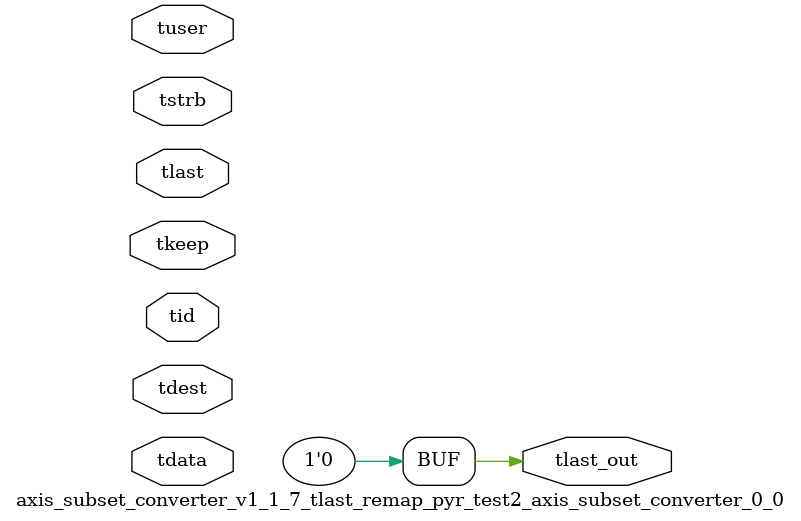
<source format=v>


`timescale 1ps/1ps

module axis_subset_converter_v1_1_7_tlast_remap_pyr_test2_axis_subset_converter_0_0 #
(
parameter C_S_AXIS_TID_WIDTH   = 1,
parameter C_S_AXIS_TUSER_WIDTH = 0,
parameter C_S_AXIS_TDATA_WIDTH = 0,
parameter C_S_AXIS_TDEST_WIDTH = 0
)
(
input  [(C_S_AXIS_TID_WIDTH   == 0 ? 1 : C_S_AXIS_TID_WIDTH)-1:0       ] tid,
input  [(C_S_AXIS_TDATA_WIDTH == 0 ? 1 : C_S_AXIS_TDATA_WIDTH)-1:0     ] tdata,
input  [(C_S_AXIS_TUSER_WIDTH == 0 ? 1 : C_S_AXIS_TUSER_WIDTH)-1:0     ] tuser,
input  [(C_S_AXIS_TDEST_WIDTH == 0 ? 1 : C_S_AXIS_TDEST_WIDTH)-1:0     ] tdest,
input  [(C_S_AXIS_TDATA_WIDTH/8)-1:0 ] tkeep,
input  [(C_S_AXIS_TDATA_WIDTH/8)-1:0 ] tstrb,
input  [0:0]                                                             tlast,
output                                                                   tlast_out
);

assign tlast_out = {1'b0};

endmodule


</source>
